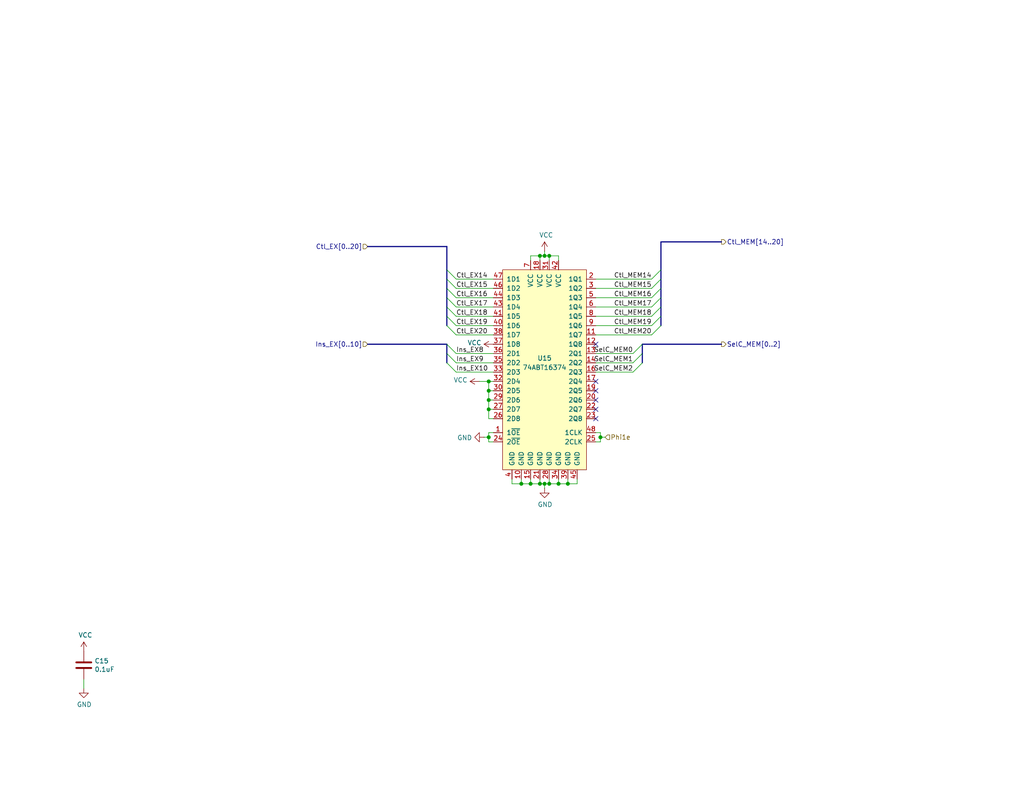
<source format=kicad_sch>
(kicad_sch (version 20250114) (generator "eeschema") (generator_version "9.0")
  (paper "USLetter")
  (title_block (title "EX/MEM: Control Word Register") (date "2025-07-11") (rev "A"))
  (lib_symbols
    (symbol "Device:C" (pin_numbers (hide yes)) (pin_names (offset 0.254))
      (property "Reference" "C" (at 0.635 2.54 0))
      (property "Value" "C" (at 0.635 -2.54 0))
      (symbol "C_0_1"
        (polyline (pts (xy -2.032 0.762) (xy 2.032 0.762)) (stroke (width 0.508)))
        (polyline (pts (xy -2.032 -0.762) (xy 2.032 -0.762)) (stroke (width 0.508)))
      )
      (symbol "C_1_1"
        (pin passive line (at 0 3.81 270) (length 2.794) (name "~") (number "1"))
        (pin passive line (at 0 -3.81 90) (length 2.794) (name "~") (number "2"))
      )
    )
    (symbol "Turtle16:74ABT16374" (pin_names (offset 1.016))
      (symbol "74ABT16374_0_0"
        (pin input line (at -13.97 21.59 0) (length 2.54) (name "1D1") (number "47"))
        (pin input line (at -13.97 19.05 0) (length 2.54) (name "1D2") (number "46"))
        (pin input line (at -13.97 16.51 0) (length 2.54) (name "1D3") (number "44"))
        (pin input line (at -13.97 13.97 0) (length 2.54) (name "1D4") (number "43"))
        (pin input line (at -13.97 11.43 0) (length 2.54) (name "1D5") (number "41"))
        (pin input line (at -13.97 8.89 0) (length 2.54) (name "1D6") (number "40"))
        (pin input line (at -13.97 6.35 0) (length 2.54) (name "1D7") (number "38"))
        (pin input line (at -13.97 3.81 0) (length 2.54) (name "1D8") (number "37"))
        (pin input line (at -13.97 1.27 0) (length 2.54) (name "2D1") (number "36"))
        (pin input line (at -13.97 -1.27 0) (length 2.54) (name "2D2") (number "35"))
        (pin input line (at -13.97 -3.81 0) (length 2.54) (name "2D3") (number "33"))
        (pin input line (at -13.97 -6.35 0) (length 2.54) (name "2D4") (number "32"))
        (pin input line (at -13.97 -8.89 0) (length 2.54) (name "2D5") (number "30"))
        (pin input line (at -13.97 -11.43 0) (length 2.54) (name "2D6") (number "29"))
        (pin input line (at -13.97 -13.97 0) (length 2.54) (name "2D7") (number "27"))
        (pin input line (at -13.97 -16.51 0) (length 2.54) (name "2D8") (number "26"))
        (pin input line (at -13.97 -20.32 0) (length 2.54) (name "1~{OE}") (number "1"))
        (pin input line (at -13.97 -22.86 0) (length 2.54) (name "2~{OE}") (number "24"))
        (pin power_in line (at -8.89 -33.02 90) (length 2.54) (name "GND") (number "4"))
        (pin power_in line (at -6.35 -33.02 90) (length 2.54) (name "GND") (number "10"))
        (pin power_in line (at -3.81 26.67 270) (length 2.54) (name "VCC") (number "7"))
        (pin power_in line (at -3.81 -33.02 90) (length 2.54) (name "GND") (number "15"))
        (pin power_in line (at -1.27 26.67 270) (length 2.54) (name "VCC") (number "18"))
        (pin power_in line (at -1.27 -33.02 90) (length 2.54) (name "GND") (number "21"))
        (pin power_in line (at 1.27 26.67 270) (length 2.54) (name "VCC") (number "31"))
        (pin power_in line (at 1.27 -33.02 90) (length 2.54) (name "GND") (number "28"))
        (pin power_in line (at 3.81 26.67 270) (length 2.54) (name "VCC") (number "42"))
        (pin power_in line (at 3.81 -33.02 90) (length 2.54) (name "GND") (number "34"))
        (pin power_in line (at 6.35 -33.02 90) (length 2.54) (name "GND") (number "39"))
        (pin power_in line (at 8.89 -33.02 90) (length 2.54) (name "GND") (number "45"))
        (pin tri_state line (at 13.97 21.59 180) (length 2.54) (name "1Q1") (number "2"))
        (pin tri_state line (at 13.97 19.05 180) (length 2.54) (name "1Q2") (number "3"))
        (pin tri_state line (at 13.97 16.51 180) (length 2.54) (name "1Q3") (number "5"))
        (pin tri_state line (at 13.97 13.97 180) (length 2.54) (name "1Q4") (number "6"))
        (pin tri_state line (at 13.97 11.43 180) (length 2.54) (name "1Q5") (number "8"))
        (pin tri_state line (at 13.97 8.89 180) (length 2.54) (name "1Q6") (number "9"))
        (pin tri_state line (at 13.97 6.35 180) (length 2.54) (name "1Q7") (number "11"))
        (pin tri_state line (at 13.97 3.81 180) (length 2.54) (name "1Q8") (number "12"))
        (pin tri_state line (at 13.97 1.27 180) (length 2.54) (name "2Q1") (number "13"))
        (pin tri_state line (at 13.97 -1.27 180) (length 2.54) (name "2Q2") (number "14"))
        (pin tri_state line (at 13.97 -3.81 180) (length 2.54) (name "2Q3") (number "16"))
        (pin tri_state line (at 13.97 -6.35 180) (length 2.54) (name "2Q4") (number "17"))
        (pin tri_state line (at 13.97 -8.89 180) (length 2.54) (name "2Q5") (number "19"))
        (pin tri_state line (at 13.97 -11.43 180) (length 2.54) (name "2Q6") (number "20"))
        (pin tri_state line (at 13.97 -13.97 180) (length 2.54) (name "2Q7") (number "22"))
        (pin tri_state line (at 13.97 -16.51 180) (length 2.54) (name "2Q8") (number "23"))
        (pin input line (at 13.97 -20.32 180) (length 2.54) (name "1CLK") (number "48"))
        (pin input line (at 13.97 -22.86 180) (length 2.54) (name "2CLK") (number "25"))
      )
      (symbol "74ABT16374_0_1"
        (rectangle (start -11.43 24.13) (end 11.43 -30.48) (fill (type background)))
      )
    )
    (symbol "power:GND" (power) (pin_numbers (hide yes)) (pin_names (offset 0) (hide yes))
      (property "Value" "GND" (at 0 -3.81 0))
      (symbol "GND_0_1"
        (polyline (pts (xy 0 0) (xy 0 -1.27) (xy 1.27 -1.27) (xy 0 -2.54) (xy -1.27 -1.27) (xy 0 -1.27)))
      )
      (symbol "GND_1_1"
        (pin power_in line (at 0 0 270) (length 0) (name "~") (number "1"))
      )
    )
    (symbol "power:VCC" (power) (pin_numbers (hide yes)) (pin_names (offset 0) (hide yes))
      (property "Value" "VCC" (at 0 3.556 0))
      (symbol "VCC_0_1"
        (polyline (pts (xy -0.762 1.27) (xy 0 2.54)))
        (polyline (pts (xy 0 2.54) (xy 0.762 1.27)))
        (polyline (pts (xy 0 0) (xy 0 2.54)))
      )
      (symbol "VCC_1_1"
        (pin power_in line (at 0 0 90) (length 0) (name "~") (number "1"))
      )
    )
  )
  (junction (at 133.35 106.68))
  (junction (at 133.35 111.76))
  (junction (at 144.78 132.08))
  (junction (at 133.35 119.38))
  (junction (at 152.4 132.08))
  (junction (at 148.59 69.85))
  (junction (at 149.86 132.08))
  (junction (at 149.86 69.85))
  (junction (at 133.35 104.14))
  (junction (at 163.83 119.38))
  (junction (at 147.32 69.85))
  (junction (at 148.59 132.08))
  (junction (at 133.35 109.22))
  (junction (at 147.32 132.08))
  (junction (at 142.24 132.08))
  (junction (at 154.94 132.08))
  (no_connect (at 162.56 104.14))
  (no_connect (at 162.56 109.22))
  (no_connect (at 162.56 111.76))
  (no_connect (at 162.56 93.98))
  (no_connect (at 162.56 106.68))
  (no_connect (at 162.56 114.3))
  (bus_entry (at 180.34 73.66) (size -2.54 2.54))
  (bus_entry (at 180.34 78.74) (size -2.54 2.54))
  (bus_entry (at 121.92 83.82) (size 2.54 2.54))
  (bus_entry (at 180.34 86.36) (size -2.54 2.54))
  (bus_entry (at 175.26 96.52) (size -2.54 2.54))
  (bus_entry (at 121.92 93.98) (size 2.54 2.54))
  (bus_entry (at 180.34 88.9) (size -2.54 2.54))
  (bus_entry (at 121.92 73.66) (size 2.54 2.54))
  (bus_entry (at 121.92 99.06) (size 2.54 2.54))
  (bus_entry (at 180.34 81.28) (size -2.54 2.54))
  (bus_entry (at 175.26 93.98) (size -2.54 2.54))
  (bus_entry (at 121.92 86.36) (size 2.54 2.54))
  (bus_entry (at 180.34 76.2) (size -2.54 2.54))
  (bus_entry (at 121.92 96.52) (size 2.54 2.54))
  (bus_entry (at 121.92 78.74) (size 2.54 2.54))
  (bus_entry (at 121.92 88.9) (size 2.54 2.54))
  (bus_entry (at 180.34 83.82) (size -2.54 2.54))
  (bus_entry (at 175.26 99.06) (size -2.54 2.54))
  (bus_entry (at 121.92 81.28) (size 2.54 2.54))
  (bus_entry (at 121.92 76.2) (size 2.54 2.54))
  (bus (pts (xy 100.33 93.98) (xy 121.92 93.98)))
  (wire (pts (xy 124.46 81.28) (xy 134.62 81.28)))
  (wire (pts (xy 134.62 111.76) (xy 133.35 111.76)))
  (bus (pts (xy 100.33 67.31) (xy 121.92 67.31)))
  (wire (pts (xy 142.24 130.81) (xy 142.24 132.08)))
  (wire (pts (xy 133.35 109.22) (xy 133.35 111.76)))
  (wire (pts (xy 149.86 130.81) (xy 149.86 132.08)))
  (wire (pts (xy 148.59 132.08) (xy 148.59 133.35)))
  (bus (pts (xy 121.92 78.74) (xy 121.92 81.28)))
  (bus (pts (xy 180.34 83.82) (xy 180.34 86.36)))
  (bus (pts (xy 121.92 81.28) (xy 121.92 83.82)))
  (wire (pts (xy 133.35 111.76) (xy 133.35 114.3)))
  (bus (pts (xy 121.92 76.2) (xy 121.92 78.74)))
  (bus (pts (xy 180.34 81.28) (xy 180.34 83.82)))
  (wire (pts (xy 177.8 86.36) (xy 162.56 86.36)))
  (bus (pts (xy 121.92 96.52) (xy 121.92 99.06)))
  (wire (pts (xy 147.32 132.08) (xy 148.59 132.08)))
  (wire (pts (xy 124.46 96.52) (xy 134.62 96.52)))
  (wire (pts (xy 149.86 71.12) (xy 149.86 69.85)))
  (bus (pts (xy 180.34 86.36) (xy 180.34 88.9)))
  (wire (pts (xy 163.83 120.65) (xy 162.56 120.65)))
  (bus (pts (xy 196.85 66.04) (xy 180.34 66.04)))
  (wire (pts (xy 133.35 120.65) (xy 134.62 120.65)))
  (wire (pts (xy 177.8 91.44) (xy 162.56 91.44)))
  (wire (pts (xy 147.32 69.85) (xy 148.59 69.85)))
  (wire (pts (xy 154.94 132.08) (xy 157.48 132.08)))
  (wire (pts (xy 177.8 81.28) (xy 162.56 81.28)))
  (wire (pts (xy 134.62 118.11) (xy 133.35 118.11)))
  (wire (pts (xy 149.86 69.85) (xy 152.4 69.85)))
  (wire (pts (xy 177.8 78.74) (xy 162.56 78.74)))
  (wire (pts (xy 172.72 101.6) (xy 162.56 101.6)))
  (wire (pts (xy 152.4 69.85) (xy 152.4 71.12)))
  (wire (pts (xy 172.72 96.52) (xy 162.56 96.52)))
  (wire (pts (xy 148.59 132.08) (xy 149.86 132.08)))
  (wire (pts (xy 148.59 69.85) (xy 149.86 69.85)))
  (wire (pts (xy 147.32 71.12) (xy 147.32 69.85)))
  (bus (pts (xy 121.92 73.66) (xy 121.92 76.2)))
  (wire (pts (xy 133.35 119.38) (xy 132.08 119.38)))
  (wire (pts (xy 130.81 104.14) (xy 133.35 104.14)))
  (bus (pts (xy 180.34 73.66) (xy 180.34 76.2)))
  (wire (pts (xy 177.8 76.2) (xy 162.56 76.2)))
  (bus (pts (xy 121.92 83.82) (xy 121.92 86.36)))
  (wire (pts (xy 148.59 68.58) (xy 148.59 69.85)))
  (wire (pts (xy 144.78 130.81) (xy 144.78 132.08)))
  (bus (pts (xy 180.34 66.04) (xy 180.34 73.66)))
  (wire (pts (xy 133.35 119.38) (xy 133.35 120.65)))
  (wire (pts (xy 124.46 88.9) (xy 134.62 88.9)))
  (wire (pts (xy 163.83 119.38) (xy 163.83 120.65)))
  (wire (pts (xy 124.46 78.74) (xy 134.62 78.74)))
  (wire (pts (xy 149.86 132.08) (xy 152.4 132.08)))
  (wire (pts (xy 133.35 104.14) (xy 133.35 106.68)))
  (wire (pts (xy 139.7 132.08) (xy 142.24 132.08)))
  (wire (pts (xy 163.83 118.11) (xy 163.83 119.38)))
  (wire (pts (xy 139.7 130.81) (xy 139.7 132.08)))
  (wire (pts (xy 133.35 114.3) (xy 134.62 114.3)))
  (wire (pts (xy 154.94 130.81) (xy 154.94 132.08)))
  (wire (pts (xy 147.32 130.81) (xy 147.32 132.08)))
  (wire (pts (xy 157.48 132.08) (xy 157.48 130.81)))
  (bus (pts (xy 196.85 93.98) (xy 175.26 93.98)))
  (bus (pts (xy 175.26 96.52) (xy 175.26 99.06)))
  (wire (pts (xy 144.78 71.12) (xy 144.78 69.85)))
  (wire (pts (xy 124.46 101.6) (xy 134.62 101.6)))
  (wire (pts (xy 162.56 118.11) (xy 163.83 118.11)))
  (wire (pts (xy 134.62 104.14) (xy 133.35 104.14)))
  (wire (pts (xy 124.46 91.44) (xy 134.62 91.44)))
  (bus (pts (xy 121.92 93.98) (xy 121.92 96.52)))
  (wire (pts (xy 144.78 132.08) (xy 147.32 132.08)))
  (wire (pts (xy 124.46 76.2) (xy 134.62 76.2)))
  (wire (pts (xy 133.35 106.68) (xy 133.35 109.22)))
  (wire (pts (xy 163.83 119.38) (xy 165.1 119.38)))
  (bus (pts (xy 180.34 76.2) (xy 180.34 78.74)))
  (wire (pts (xy 177.8 83.82) (xy 162.56 83.82)))
  (bus (pts (xy 121.92 67.31) (xy 121.92 73.66)))
  (wire (pts (xy 134.62 106.68) (xy 133.35 106.68)))
  (wire (pts (xy 134.62 109.22) (xy 133.35 109.22)))
  (bus (pts (xy 180.34 78.74) (xy 180.34 81.28)))
  (wire (pts (xy 152.4 132.08) (xy 154.94 132.08)))
  (wire (pts (xy 152.4 130.81) (xy 152.4 132.08)))
  (wire (pts (xy 172.72 99.06) (xy 162.56 99.06)))
  (wire (pts (xy 124.46 99.06) (xy 134.62 99.06)))
  (wire (pts (xy 133.35 118.11) (xy 133.35 119.38)))
  (wire (pts (xy 142.24 132.08) (xy 144.78 132.08)))
  (wire (pts (xy 177.8 88.9) (xy 162.56 88.9)))
  (bus (pts (xy 121.92 86.36) (xy 121.92 88.9)))
  (wire (pts (xy 124.46 86.36) (xy 134.62 86.36)))
  (bus (pts (xy 175.26 93.98) (xy 175.26 96.52)))
  (wire (pts (xy 124.46 83.82) (xy 134.62 83.82)))
  (wire (pts (xy 144.78 69.85) (xy 147.32 69.85)))
  (wire (pts (xy 22.86 187.96) (xy 22.86 185.42)))
  (label "Ctl_EX19" (at 124.46 88.9 0))
  (label "Ins_EX8" (at 124.46 96.52 0))
  (label "Ctl_MEM15" (at 177.8 78.74 180))
  (label "Ctl_EX17" (at 124.46 83.82 0))
  (label "Ctl_EX18" (at 124.46 86.36 0))
  (label "Ctl_MEM14" (at 177.8 76.2 180))
  (label "Ctl_MEM19" (at 177.8 88.9 180))
  (label "SelC_MEM1" (at 172.72 99.06 180))
  (label "Ins_EX9" (at 124.46 99.06 0))
  (label "Ctl_EX15" (at 124.46 78.74 0))
  (label "Ctl_EX20" (at 124.46 91.44 0))
  (label "SelC_MEM0" (at 172.72 96.52 180))
  (label "SelC_MEM2" (at 172.72 101.6 180))
  (label "Ctl_MEM17" (at 177.8 83.82 180))
  (label "Ctl_MEM18" (at 177.8 86.36 180))
  (label "Ctl_EX14" (at 124.46 76.2 0))
  (label "Ctl_EX16" (at 124.46 81.28 0))
  (label "Ctl_MEM16" (at 177.8 81.28 180))
  (label "Ins_EX10" (at 124.46 101.6 0))
  (label "Ctl_MEM20" (at 177.8 91.44 180))
  (hierarchical_label "Ctl_MEM[14..20]" (shape output) (at 196.85 66.04 0))
  (hierarchical_label "Phi1e" (shape input) (at 165.1 119.38 0))
  (hierarchical_label "Ins_EX[0..10]" (shape input) (at 100.33 93.98 180))
  (hierarchical_label "Ctl_EX[0..20]" (shape input) (at 100.33 67.31 180))
  (hierarchical_label "SelC_MEM[0..2]" (shape output) (at 196.85 93.98 0))
  (symbol (lib_id "power:VCC") (at 130.81 104.14 90) (unit 1)
    (property "Reference" "#PWR071" (effects (hide yes)))
    (property "Value" "VCC" (at 127.5842 103.759 90) (effects (justify left)))
    (property "Description" "Power symbol creates a global label with name \"VCC\"" (effects (hide yes)))
  )
  (symbol (lib_id "power:VCC") (at 134.62 93.98 90) (unit 1)
    (property "Reference" "#PWR073" (effects (hide yes)))
    (property "Value" "VCC" (at 131.3942 93.599 90) (effects (justify left)))
    (property "Description" "Power symbol creates a global label with name \"VCC\"" (effects (hide yes)))
  )
  (symbol (lib_id "Device:C") (at 22.86 181.61 0) (unit 1)
    (property "Reference" "C15" (at 25.781 180.4416 0) (effects (justify left)))
    (property "Value" "0.1uF" (at 25.781 182.753 0) (effects (justify left)))
    (property "Footprint" "Capacitor_SMD:C_0603_1608Metric" (effects (hide yes)))
    (property "Datasheet" "https://www.mouser.com/datasheet/2/396/taiyo_yuden_12132018_mlcc11_hq_e-1510082.pdf" (effects (hide yes)))
    (property "Manufacturer" "Taiyo Yuden" (effects (hide yes)))
    (property "Manufacturer#" "EMK107B7104KAHT" (effects (hide yes)))
    (property "Mouser#" "963-EMK107B7104KAHT" (effects (hide yes)))
    (property "Digikey#" "587-6004-1-ND" (effects (hide yes)))
  )
  (symbol (lib_id "power:VCC") (at 22.86 177.8 0) (unit 1)
    (property "Reference" "#PWR069" (effects (hide yes)))
    (property "Value" "VCC" (at 23.2918 173.4058 0))
    (property "Description" "Power symbol creates a global label with name \"VCC\"" (effects (hide yes)))
  )
  (symbol (lib_id "power:GND") (at 22.86 187.96 0) (unit 1)
    (property "Reference" "#PWR070" (effects (hide yes)))
    (property "Value" "GND" (at 22.987 192.3542 0))
    (property "Description" "Power symbol creates a global label with name \"GND\" , ground" (effects (hide yes)))
  )
  (symbol (lib_id "power:GND") (at 132.08 119.38 270) (unit 1)
    (property "Reference" "#PWR072" (effects (hide yes)))
    (property "Value" "GND" (at 128.8288 119.507 90) (effects (justify right)))
    (property "Description" "Power symbol creates a global label with name \"GND\" , ground" (effects (hide yes)))
  )
  (symbol (lib_id "power:VCC") (at 148.59 68.58 0) (unit 1)
    (property "Reference" "#PWR074" (effects (hide yes)))
    (property "Value" "VCC" (at 149.0218 64.1858 0))
    (property "Description" "Power symbol creates a global label with name \"VCC\"" (effects (hide yes)))
  )
  (symbol (lib_id "power:GND") (at 148.59 133.35 0) (unit 1)
    (property "Reference" "#PWR075" (effects (hide yes)))
    (property "Value" "GND" (at 148.717 137.7442 0))
    (property "Description" "Power symbol creates a global label with name \"GND\" , ground" (effects (hide yes)))
  )
  (symbol (lib_id "Turtle16:74ABT16374") (at 148.59 97.79 0) (unit 1)
    (property "Reference" "U15" (at 148.59 97.79 0))
    (property "Value" "74ABT16374" (at 148.59 100.33 0))
    (property "Footprint" "Package_SO:TSSOP-48_6.1x12.5mm_P0.5mm" (effects (hide yes)))
    (property "Datasheet" "https://www.ti.com/general/docs/suppproductinfo.tsp?distId=26&gotoUrl=https://www.ti.com/lit/gpn/sn74abt16374a" (effects (hide yes)))
    (property "Manufacturer" "Texas Instruments" (effects (hide yes)))
    (property "Manufacturer#" "SN74ABT16374ADGGR" (effects (hide yes)))
    (property "Mouser#" "595-SNABT16374ADGGR" (effects (hide yes)))
    (property "Digikey#" "296-3900-1-ND" (effects (hide yes)))
  )
)
</source>
